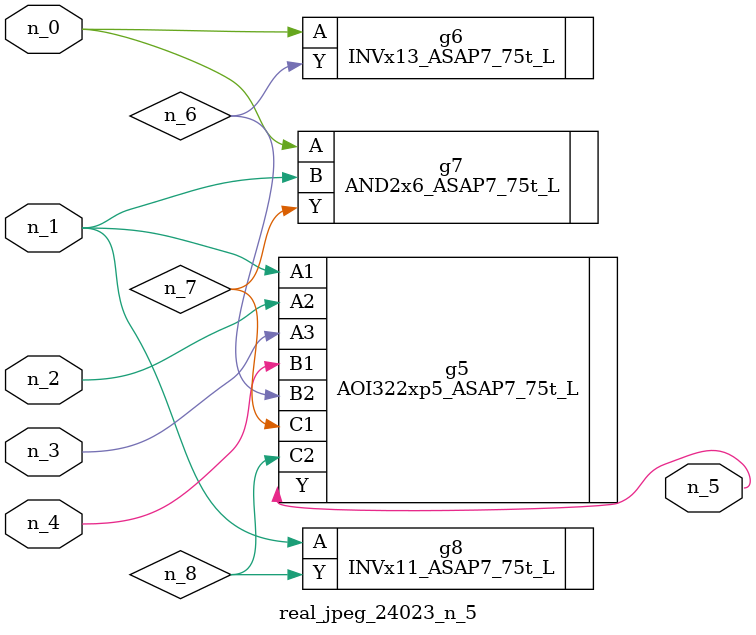
<source format=v>
module real_jpeg_24023_n_5 (n_4, n_0, n_1, n_2, n_3, n_5);

input n_4;
input n_0;
input n_1;
input n_2;
input n_3;

output n_5;

wire n_8;
wire n_6;
wire n_7;

INVx13_ASAP7_75t_L g6 ( 
.A(n_0),
.Y(n_6)
);

AND2x6_ASAP7_75t_L g7 ( 
.A(n_0),
.B(n_1),
.Y(n_7)
);

AOI322xp5_ASAP7_75t_L g5 ( 
.A1(n_1),
.A2(n_2),
.A3(n_3),
.B1(n_4),
.B2(n_6),
.C1(n_7),
.C2(n_8),
.Y(n_5)
);

INVx11_ASAP7_75t_L g8 ( 
.A(n_1),
.Y(n_8)
);


endmodule
</source>
